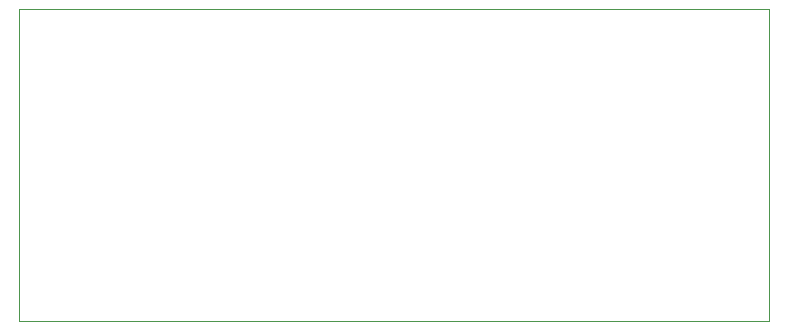
<source format=gm1>
G04 #@! TF.FileFunction,Profile,NP*
%FSLAX46Y46*%
G04 Gerber Fmt 4.6, Leading zero omitted, Abs format (unit mm)*
G04 Created by KiCad (PCBNEW 4.0.7) date 01/10/18 16:32:43*
%MOMM*%
%LPD*%
G01*
G04 APERTURE LIST*
%ADD10C,0.150000*%
%ADD11C,0.100000*%
G04 APERTURE END LIST*
D10*
D11*
X88900000Y-25400000D02*
X88900000Y-31496000D01*
X25400000Y-25400000D02*
X88900000Y-25400000D01*
X25400000Y-31496000D02*
X25400000Y-25400000D01*
X88900000Y-31496000D02*
X88900000Y-51816000D01*
X88900000Y-51816000D02*
X82804000Y-51816000D01*
X25400000Y-37592000D02*
X25400000Y-31496000D01*
X25400000Y-51816000D02*
X25400000Y-45720000D01*
X31496000Y-51816000D02*
X25400000Y-51816000D01*
X82804000Y-51816000D02*
X31496000Y-51816000D01*
X25400000Y-45720000D02*
X25400000Y-37592000D01*
M02*

</source>
